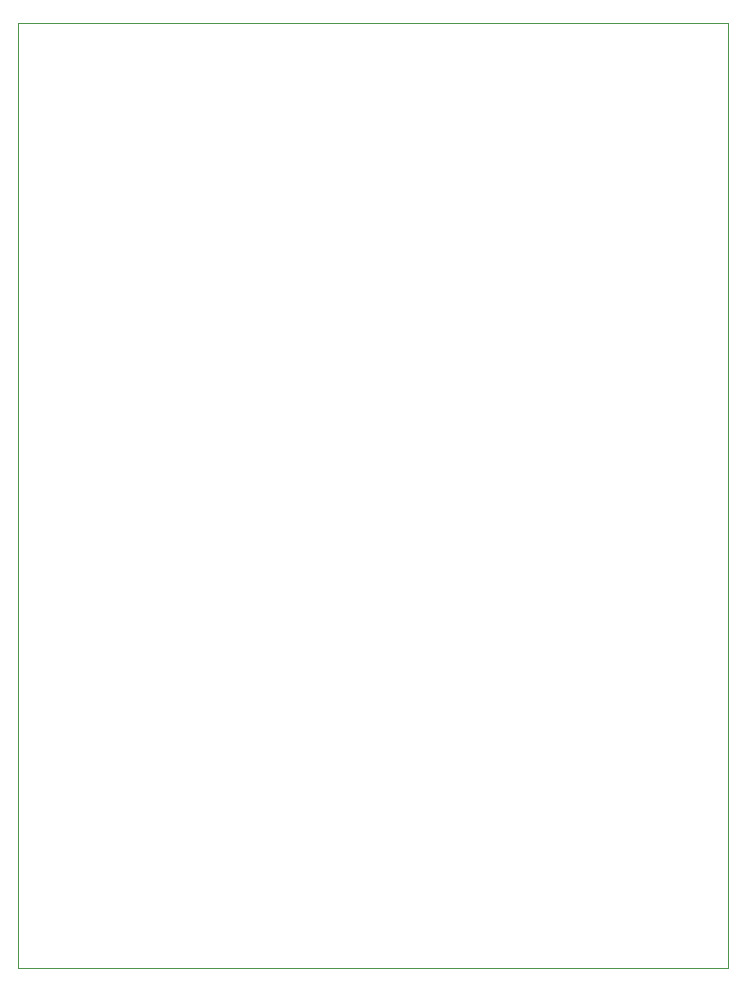
<source format=gbr>
%TF.GenerationSoftware,KiCad,Pcbnew,9.0.2*%
%TF.CreationDate,2025-06-06T16:31:30-04:00*%
%TF.ProjectId,HackpadAllan,4861636b-7061-4644-916c-6c616e2e6b69,rev?*%
%TF.SameCoordinates,Original*%
%TF.FileFunction,Profile,NP*%
%FSLAX46Y46*%
G04 Gerber Fmt 4.6, Leading zero omitted, Abs format (unit mm)*
G04 Created by KiCad (PCBNEW 9.0.2) date 2025-06-06 16:31:30*
%MOMM*%
%LPD*%
G01*
G04 APERTURE LIST*
%TA.AperFunction,Profile*%
%ADD10C,0.050000*%
%TD*%
G04 APERTURE END LIST*
D10*
X119920000Y-56810000D02*
X180060000Y-56810000D01*
X180060000Y-136790000D01*
X119920000Y-136790000D01*
X119920000Y-56810000D01*
M02*

</source>
